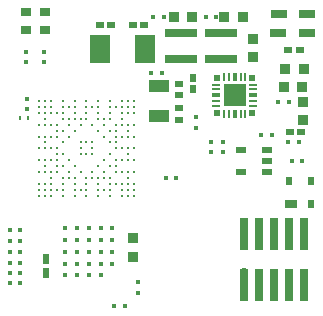
<source format=gtp>
G04*
G04 #@! TF.GenerationSoftware,Altium Limited,Altium Designer,23.0.1 (38)*
G04*
G04 Layer_Color=12040119*
%FSLAX25Y25*%
%MOIN*%
G70*
G04*
G04 #@! TF.SameCoordinates,25558F71-17A0-4451-AE4F-E46AD001AD8B*
G04*
G04*
G04 #@! TF.FilePolarity,Positive*
G04*
G01*
G75*
%ADD18R,0.02756X0.02362*%
%ADD19R,0.07087X0.03937*%
%ADD20R,0.01378X0.01772*%
%ADD21R,0.02900X0.11000*%
G04:AMPARAMS|DCode=22|XSize=29mil|YSize=110mil|CornerRadius=7.25mil|HoleSize=0mil|Usage=FLASHONLY|Rotation=0.000|XOffset=0mil|YOffset=0mil|HoleType=Round|Shape=RoundedRectangle|*
%AMROUNDEDRECTD22*
21,1,0.02900,0.09550,0,0,0.0*
21,1,0.01450,0.11000,0,0,0.0*
1,1,0.01450,0.00725,-0.04775*
1,1,0.01450,-0.00725,-0.04775*
1,1,0.01450,-0.00725,0.04775*
1,1,0.01450,0.00725,0.04775*
%
%ADD22ROUNDEDRECTD22*%
%ADD23R,0.01772X0.01378*%
%ADD24R,0.03347X0.03150*%
%ADD25R,0.03347X0.02362*%
%ADD26R,0.03543X0.03740*%
%ADD27R,0.02559X0.01968*%
%ADD28C,0.01457*%
%ADD29R,0.06500X0.09449*%
%ADD30C,0.01200*%
%ADD31R,0.00984X0.01378*%
%ADD32R,0.00787X0.02756*%
%ADD33R,0.02300X0.02300*%
%ADD34R,0.02756X0.00787*%
%ADD35R,0.02300X0.02300*%
%ADD36R,0.01575X0.02756*%
%ADD37R,0.02756X0.01575*%
%ADD38R,0.07480X0.07480*%
%ADD39R,0.02362X0.03347*%
%ADD40R,0.05315X0.02756*%
%ADD41R,0.04331X0.03150*%
%ADD42R,0.02362X0.02756*%
%ADD43R,0.03740X0.03543*%
%ADD44R,0.10630X0.03150*%
%ADD45R,0.01968X0.02559*%
G36*
X92177Y91141D02*
X94878D01*
Y88441D01*
X92177D01*
Y91141D01*
D02*
G37*
G36*
Y94882D02*
X94878D01*
Y92181D01*
X92177D01*
Y94882D01*
D02*
G37*
G36*
X95917Y91141D02*
X98618D01*
Y88441D01*
X95917D01*
Y91141D01*
D02*
G37*
G36*
Y94882D02*
X98618D01*
Y92181D01*
X95917D01*
Y94882D01*
D02*
G37*
D18*
X77000Y87445D02*
D03*
Y83508D02*
D03*
Y91664D02*
D03*
Y95601D02*
D03*
D19*
X70034Y84772D02*
D03*
Y94614D02*
D03*
D20*
X113372Y89500D02*
D03*
X109828D02*
D03*
X58772Y21500D02*
D03*
X55228D02*
D03*
X23972Y32500D02*
D03*
X20428D02*
D03*
X23972Y39500D02*
D03*
X20428D02*
D03*
X23972Y46650D02*
D03*
X20428D02*
D03*
X117938Y69605D02*
D03*
X114395D02*
D03*
X72428Y64200D02*
D03*
X75972D02*
D03*
X20428Y35648D02*
D03*
X23972D02*
D03*
X107768Y78541D02*
D03*
X104225D02*
D03*
X67580Y99178D02*
D03*
X113260Y76101D02*
D03*
X116804D02*
D03*
X89272Y117811D02*
D03*
X85728D02*
D03*
X71805Y117653D02*
D03*
X68262D02*
D03*
X20428Y43139D02*
D03*
X23972D02*
D03*
X71123Y99178D02*
D03*
X20428Y29000D02*
D03*
X23972D02*
D03*
D21*
X118667Y28542D02*
D03*
X113667D02*
D03*
X108667D02*
D03*
X103667D02*
D03*
X98667Y45542D02*
D03*
X103667D02*
D03*
X108667D02*
D03*
X113667D02*
D03*
X118667D02*
D03*
D22*
X98667Y28542D02*
D03*
D23*
X63028Y25728D02*
D03*
Y29272D02*
D03*
X26336Y90598D02*
D03*
Y87055D02*
D03*
X31773Y106232D02*
D03*
Y102688D02*
D03*
X25800Y106200D02*
D03*
Y102657D02*
D03*
X91638Y72701D02*
D03*
Y76245D02*
D03*
X82531Y80728D02*
D03*
Y84272D02*
D03*
X87374Y76245D02*
D03*
Y72701D02*
D03*
D24*
X32087Y119335D02*
D03*
Y113429D02*
D03*
X25993Y119335D02*
D03*
Y113429D02*
D03*
D25*
X106272Y66062D02*
D03*
Y69802D02*
D03*
Y73542D02*
D03*
X97414D02*
D03*
Y66062D02*
D03*
D26*
X61354Y37927D02*
D03*
Y44030D02*
D03*
X118100Y83502D02*
D03*
Y89604D02*
D03*
X101448Y104460D02*
D03*
Y110562D02*
D03*
D27*
X65307Y115102D02*
D03*
X61567D02*
D03*
X54157D02*
D03*
X50417D02*
D03*
X117492Y79435D02*
D03*
X113752D02*
D03*
X117018Y106811D02*
D03*
X113278D02*
D03*
D28*
X50724Y31626D02*
D03*
X46787D02*
D03*
X42850D02*
D03*
X38913D02*
D03*
X54661Y35563D02*
D03*
X50724D02*
D03*
X46787D02*
D03*
X42850D02*
D03*
X38913D02*
D03*
X54661Y39500D02*
D03*
X50724D02*
D03*
X46787D02*
D03*
X42850D02*
D03*
X38913D02*
D03*
X54661Y43437D02*
D03*
X50724D02*
D03*
X46787D02*
D03*
X42850D02*
D03*
X38913D02*
D03*
X54661Y47374D02*
D03*
X50724D02*
D03*
X46787D02*
D03*
X42850D02*
D03*
X38913D02*
D03*
D29*
X65408Y107254D02*
D03*
X50447D02*
D03*
D30*
X59780Y89748D02*
D03*
X30252D02*
D03*
Y74000D02*
D03*
X61748Y58252D02*
D03*
X59780D02*
D03*
X57811D02*
D03*
X53874D02*
D03*
X49937D02*
D03*
X46000D02*
D03*
X42063D02*
D03*
X38126D02*
D03*
X34189D02*
D03*
X32221D02*
D03*
X30252D02*
D03*
X61748Y60220D02*
D03*
X59780D02*
D03*
X57811D02*
D03*
X53874D02*
D03*
X51906D02*
D03*
X49937D02*
D03*
X46000D02*
D03*
X44032D02*
D03*
X42063D02*
D03*
X38126D02*
D03*
X36158D02*
D03*
X34189D02*
D03*
X32221D02*
D03*
X30252D02*
D03*
X61748Y62189D02*
D03*
X59780D02*
D03*
X57811D02*
D03*
X55843D02*
D03*
X53874D02*
D03*
X49937D02*
D03*
X46000D02*
D03*
X42063D02*
D03*
X38126D02*
D03*
X34189D02*
D03*
X32221D02*
D03*
X30252D02*
D03*
X59780Y64157D02*
D03*
X53874D02*
D03*
X51906D02*
D03*
X49937D02*
D03*
X47969D02*
D03*
X46000D02*
D03*
X42063D02*
D03*
X40095D02*
D03*
X38126D02*
D03*
X34189D02*
D03*
X61748Y66126D02*
D03*
X59780D02*
D03*
X57811D02*
D03*
X55843D02*
D03*
X51906D02*
D03*
X47969D02*
D03*
X44032D02*
D03*
X40095D02*
D03*
X36158D02*
D03*
X34189D02*
D03*
X32221D02*
D03*
X30252D02*
D03*
X55843Y68094D02*
D03*
X53874D02*
D03*
X49937D02*
D03*
X42063D02*
D03*
X38126D02*
D03*
X36158D02*
D03*
X32221D02*
D03*
X61748Y70063D02*
D03*
X59780D02*
D03*
X57811D02*
D03*
X55843D02*
D03*
X51906D02*
D03*
X40095D02*
D03*
X36158D02*
D03*
X34189D02*
D03*
X32221D02*
D03*
X30252D02*
D03*
X59780Y72031D02*
D03*
X53874D02*
D03*
X47969D02*
D03*
X46000D02*
D03*
X44032D02*
D03*
X38126D02*
D03*
X36158D02*
D03*
X61748Y74000D02*
D03*
X59780D02*
D03*
X57811D02*
D03*
X55843D02*
D03*
X47969D02*
D03*
X44032D02*
D03*
X36158D02*
D03*
X34189D02*
D03*
X32221D02*
D03*
X55843Y75968D02*
D03*
X53874D02*
D03*
X47969D02*
D03*
X46000D02*
D03*
X44032D02*
D03*
X38126D02*
D03*
X32221D02*
D03*
X61748Y77937D02*
D03*
X59780D02*
D03*
X57811D02*
D03*
X55843D02*
D03*
X51906D02*
D03*
X40095D02*
D03*
X36158D02*
D03*
X34189D02*
D03*
X32221D02*
D03*
X30252D02*
D03*
X59780Y79905D02*
D03*
X55843D02*
D03*
X53874D02*
D03*
X49937D02*
D03*
X42063D02*
D03*
X38126D02*
D03*
X36158D02*
D03*
X61748Y81874D02*
D03*
X59780D02*
D03*
X57811D02*
D03*
X55843D02*
D03*
X51906D02*
D03*
X47969D02*
D03*
X44032D02*
D03*
X40095D02*
D03*
X36158D02*
D03*
X34189D02*
D03*
X32221D02*
D03*
X30252D02*
D03*
X57811Y83842D02*
D03*
X53874D02*
D03*
X51906D02*
D03*
X49937D02*
D03*
X46000D02*
D03*
X44032D02*
D03*
X42063D02*
D03*
X40095D02*
D03*
X38126D02*
D03*
X32221D02*
D03*
X61748Y85811D02*
D03*
X59780D02*
D03*
X57811D02*
D03*
X53874D02*
D03*
X49937D02*
D03*
X46000D02*
D03*
X42063D02*
D03*
X38126D02*
D03*
X36158D02*
D03*
X34189D02*
D03*
X32221D02*
D03*
X30252D02*
D03*
X61748Y87779D02*
D03*
X59780D02*
D03*
X57811D02*
D03*
X55843D02*
D03*
X53874D02*
D03*
X49937D02*
D03*
X47969D02*
D03*
X46000D02*
D03*
X42063D02*
D03*
X40095D02*
D03*
X38126D02*
D03*
X34189D02*
D03*
X32221D02*
D03*
X30252D02*
D03*
X61748Y89748D02*
D03*
X57811D02*
D03*
X53874D02*
D03*
X49937D02*
D03*
X46000D02*
D03*
X42063D02*
D03*
X38126D02*
D03*
X34189D02*
D03*
X32221D02*
D03*
D31*
X26404Y84039D02*
D03*
X24004D02*
D03*
D32*
X91854Y85559D02*
D03*
X93429D02*
D03*
X98941D02*
D03*
X91854Y97764D02*
D03*
X93429D02*
D03*
X97366D02*
D03*
X98941D02*
D03*
X97366Y85559D02*
D03*
D33*
X101303Y85756D02*
D03*
X89492D02*
D03*
D34*
X89295Y88118D02*
D03*
Y93630D02*
D03*
Y95205D02*
D03*
X101500D02*
D03*
Y93630D02*
D03*
X89295Y89693D02*
D03*
X101500Y88118D02*
D03*
Y89693D02*
D03*
D35*
X89492Y97567D02*
D03*
X101303D02*
D03*
D36*
X95398Y97764D02*
D03*
Y85559D02*
D03*
D37*
X89295Y91661D02*
D03*
X101500D02*
D03*
D38*
X95398D02*
D03*
D39*
X32500Y37042D02*
D03*
Y32515D02*
D03*
D40*
X109963Y112321D02*
D03*
X119412D02*
D03*
X119624Y118800D02*
D03*
X110176D02*
D03*
D41*
X114237Y55563D02*
D03*
D42*
X120937D02*
D03*
Y63044D02*
D03*
X113450D02*
D03*
D43*
X112237Y100511D02*
D03*
X118340D02*
D03*
X117999Y94511D02*
D03*
X111897D02*
D03*
X98109Y117811D02*
D03*
X92006D02*
D03*
X81204Y117653D02*
D03*
X75101D02*
D03*
D44*
X77420Y112548D02*
D03*
Y103887D02*
D03*
X90948Y103787D02*
D03*
Y112448D02*
D03*
D45*
X81447Y93736D02*
D03*
Y97476D02*
D03*
M02*

</source>
